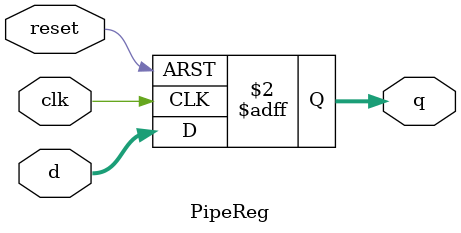
<source format=v>
`timescale 1ns / 1ps


module PipeReg #(parameter WIDTH=8)(
    input clk, reset,
    input [(WIDTH-1):0] d,
	
    output reg [(WIDTH-1):0] q
    );
    
    always @(posedge clk or posedge reset) begin   
        if (reset) q <= 0;  
        else q <= d;  
    end  
endmodule





</source>
